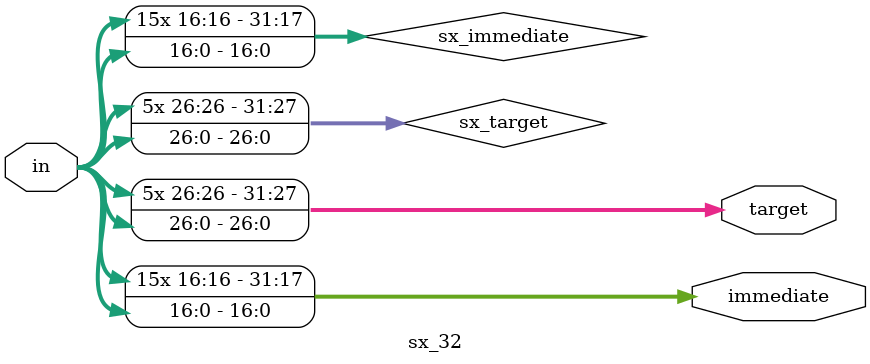
<source format=v>
module sx_32(target, immediate, in);
    input [31:0] in;

    output [31:0] immediate, target;

    wire [31:0] sx_target, sx_immediate;
    
    genvar i;

    generate
	for (i = 31; i > 26; i = i - 1) begin
	    assign sx_target[i] = in[26];	
	end

	for (i = 31; i > 16; i = i - 1) begin
	   assign sx_immediate[i] = in[16]; 
	end
    endgenerate

    assign sx_target[26:0] = in[26:0];
    assign sx_immediate[16:0] = in[16:0];

    assign target = sx_target; 
    assign immediate = sx_immediate; 
endmodule

</source>
